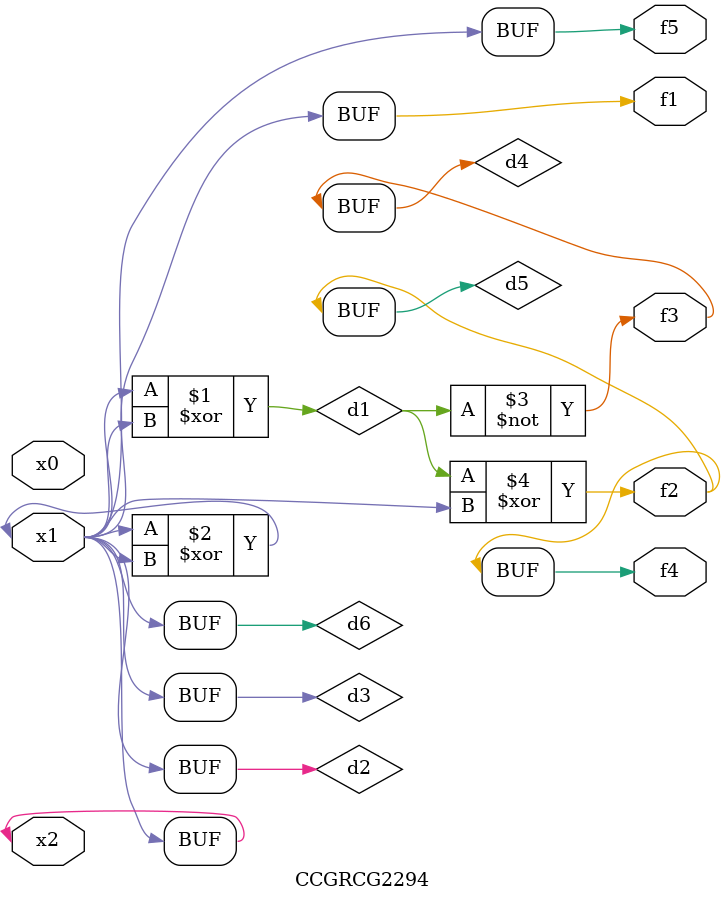
<source format=v>
module CCGRCG2294(
	input x0, x1, x2,
	output f1, f2, f3, f4, f5
);

	wire d1, d2, d3, d4, d5, d6;

	xor (d1, x1, x2);
	buf (d2, x1, x2);
	xor (d3, x1, x2);
	nor (d4, d1);
	xor (d5, d1, d2);
	buf (d6, d2, d3);
	assign f1 = d6;
	assign f2 = d5;
	assign f3 = d4;
	assign f4 = d5;
	assign f5 = d6;
endmodule

</source>
